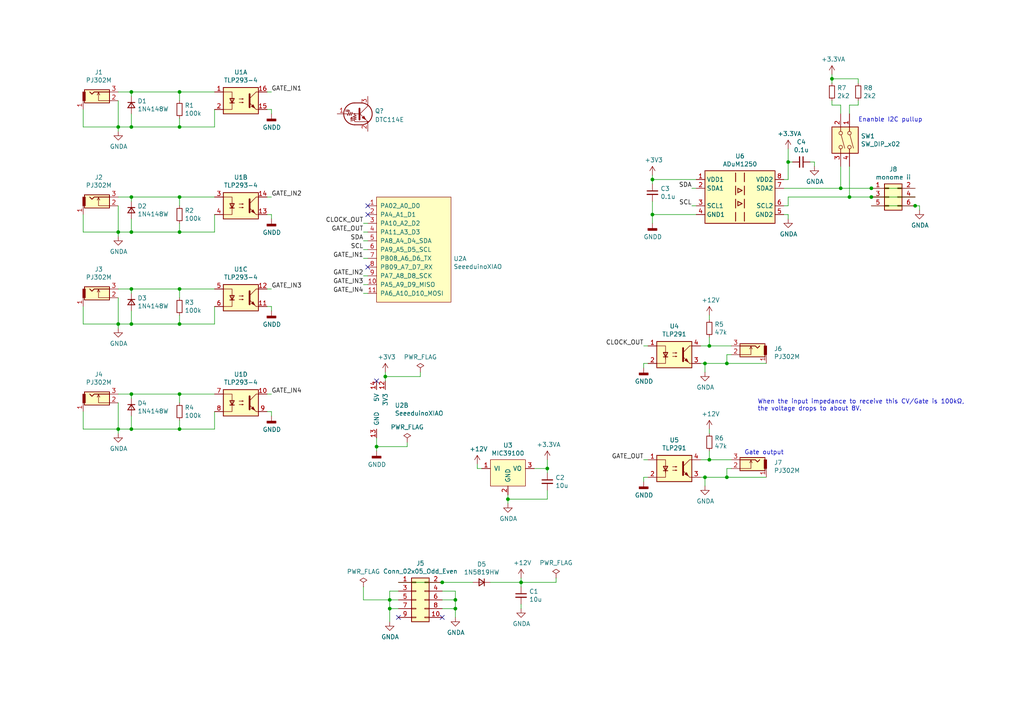
<source format=kicad_sch>
(kicad_sch (version 20211123) (generator eeschema)
  (paper "A4")
  (title_block (title "jade") (date "2021-05-08") (rev "C") (company "Akiyuki Okayasu"))
  (lib_symbols
    (symbol "Akiyuki_Connector:PJ302M" (pin_names (offset 1.016))
      (property "Reference" "J" (at -1.27 4.445 0))
      (property "Value" "PJ302M" (at 1.27 -2.54 0))
      (symbol "PJ302M_0_1"
        (rectangle (start -4.699 3.175) (end 2.54 -0.635) (stroke (width 0.254)) (fill (type background)))
        (rectangle (start -4.445 0) (end -5.207 2.54) (fill (type outline)))
        (polyline (pts (xy -0.635 2.413) (xy -0.254 1.651)))
        (polyline (pts (xy 2.54 0) (xy -0.635 0) (xy -0.635 2.413) (xy -1.016 1.651)))
        (polyline (pts (xy 2.54 2.54) (xy -1.905 2.54) (xy -2.54 1.905) (xy -3.175 2.54)) (stroke (width 0.254)))
      )
      (symbol "PJ302M_1_1"
        (pin passive line (at -5.08 -2.54 90) (length 2.54) (name "~") (number "1"))
        (pin passive line (at 5.08 0 180) (length 2.54) (name "~") (number "2"))
        (pin passive line (at 5.08 2.54 180) (length 2.54) (name "~") (number "3"))
      )
    )
    (symbol "Akiyuki_IC:ADuM1250"
      (property "Reference" "U" (at -10.16 8.89 0))
      (property "Value" "ADuM1250" (at -2.032 8.89 0))
      (symbol "ADuM1250_0_1"
        (rectangle (start -10.16 7.62) (end 10.16 -7.62) (stroke (width 0.254)) (fill (type background)))
        (polyline (pts (xy -1.27 -4.445) (xy -1.27 -6.985)) (stroke (width 0.254)))
        (polyline (pts (xy -1.27 -0.635) (xy -1.27 -3.175)) (stroke (width 0.254)))
        (polyline (pts (xy -1.27 3.175) (xy -1.27 0.635)) (stroke (width 0.254)))
        (polyline (pts (xy -1.27 6.985) (xy -1.27 4.445)) (stroke (width 0.254)))
        (polyline (pts (xy 1.27 -4.445) (xy 1.27 -6.985)) (stroke (width 0.254)))
        (polyline (pts (xy 1.27 -0.635) (xy 1.27 -3.175)) (stroke (width 0.254)))
        (polyline (pts (xy 1.27 3.175) (xy 1.27 0.635)) (stroke (width 0.254)))
        (polyline (pts (xy 1.27 6.985) (xy 1.27 4.445)) (stroke (width 0.254)))
        (polyline (pts (xy -0.635 -1.27) (xy -0.635 -2.54) (xy 0.635 -1.905) (xy -0.635 -1.27)) (stroke (width 0.254)))
        (polyline (pts (xy -0.635 1.27) (xy 0.635 1.905) (xy -0.635 2.54) (xy -0.635 1.27)) (stroke (width 0.254)))
      )
      (symbol "ADuM1250_1_1"
        (pin power_in line (at -12.7 5.08 0) (length 2.54) (name "VDD1") (number "1"))
        (pin bidirectional line (at -12.7 2.54 0) (length 2.54) (name "SDA1") (number "2"))
        (pin bidirectional line (at -12.7 -2.54 0) (length 2.54) (name "SCL1") (number "3"))
        (pin power_in line (at -12.7 -5.08 0) (length 2.54) (name "GND1") (number "4"))
        (pin power_in line (at 12.7 -5.08 180) (length 2.54) (name "GND2") (number "5"))
        (pin bidirectional line (at 12.7 -2.54 180) (length 2.54) (name "SCL2") (number "6"))
        (pin bidirectional line (at 12.7 2.54 180) (length 2.54) (name "SDA2") (number "7"))
        (pin power_in line (at 12.7 5.08 180) (length 2.54) (name "VDD2") (number "8"))
      )
    )
    (symbol "Akiyuki_IC:MIC39100" (pin_names (offset 1.016))
      (property "Reference" "U" (at 0 7.62 0))
      (property "Value" "MIC39100" (at 0 5.08 0))
      (symbol "MIC39100_1_1"
        (rectangle (start -5.08 2.54) (end 5.08 -5.08) (fill (type background)))
        (pin power_in line (at -7.62 0 0) (length 2.54) (name "VI") (number "1"))
        (pin power_in line (at 0 -7.62 90) (length 2.54) (name "GND") (number "2"))
        (pin power_out line (at 7.62 0 180) (length 2.54) (name "VO") (number "3"))
      )
    )
    (symbol "Akiyuki_Module:SeeeduinoXIAO_NonBottomPad" (pin_names (offset 1.016))
      (property "Reference" "U" (at 1.27 -19.05 0))
      (property "Value" "SeeeduinoXIAO_NonBottomPad" (at 2.54 -15.24 0))
      (symbol "SeeeduinoXIAO_NonBottomPad_1_1"
        (rectangle (start -8.89 16.51) (end 12.7 -13.97) (fill (type background)))
        (pin bidirectional line (at -11.43 13.97 0) (length 2.54) (name "PA02_A0_D0") (number "1"))
        (pin output line (at -11.43 -8.89 0) (length 2.54) (name "PA5_A9_D9_MISO") (number "10"))
        (pin bidirectional line (at -11.43 -11.43 0) (length 2.54) (name "PA6_A10_D10_MOSI") (number "11"))
        (pin bidirectional line (at -11.43 11.43 0) (length 2.54) (name "PA4_A1_D1") (number "2"))
        (pin bidirectional line (at -11.43 8.89 0) (length 2.54) (name "PA10_A2_D2") (number "3"))
        (pin bidirectional line (at -11.43 6.35 0) (length 2.54) (name "PA11_A3_D3") (number "4"))
        (pin bidirectional line (at -11.43 3.81 0) (length 2.54) (name "PA8_A4_D4_SDA") (number "5"))
        (pin bidirectional line (at -11.43 1.27 0) (length 2.54) (name "PA9_A5_D5_SCL") (number "6"))
        (pin bidirectional line (at -11.43 -1.27 0) (length 2.54) (name "PB08_A6_D6_TX") (number "7"))
        (pin bidirectional line (at -11.43 -3.81 0) (length 2.54) (name "PB09_A7_D7_RX") (number "8"))
        (pin bidirectional line (at -11.43 -6.35 0) (length 2.54) (name "PA7_A8_D8_SCK") (number "9"))
      )
      (symbol "SeeeduinoXIAO_NonBottomPad_2_1"
        (pin power_in line (at 1.27 7.62 270) (length 2.54) (name "3V3") (number "12"))
        (pin power_in line (at -1.27 -8.89 90) (length 2.54) (name "GND") (number "13"))
        (pin power_in line (at -1.27 7.62 270) (length 2.54) (name "5V") (number "14"))
      )
    )
    (symbol "Connector_Generic:Conn_02x03_Odd_Even" (pin_names (offset 1.016) hide)
      (property "Reference" "J" (at 1.27 5.08 0))
      (property "Value" "Conn_02x03_Odd_Even" (at 1.27 -5.08 0))
      (symbol "Conn_02x03_Odd_Even_1_1"
        (rectangle (start -1.27 -2.413) (end 0 -2.667) (stroke (width 0.1524)))
        (rectangle (start -1.27 0.127) (end 0 -0.127) (stroke (width 0.1524)))
        (rectangle (start -1.27 2.667) (end 0 2.413) (stroke (width 0.1524)))
        (rectangle (start -1.27 3.81) (end 3.81 -3.81) (stroke (width 0.254)) (fill (type background)))
        (rectangle (start 3.81 -2.413) (end 2.54 -2.667) (stroke (width 0.1524)))
        (rectangle (start 3.81 0.127) (end 2.54 -0.127) (stroke (width 0.1524)))
        (rectangle (start 3.81 2.667) (end 2.54 2.413) (stroke (width 0.1524)))
        (pin passive line (at -5.08 2.54 0) (length 3.81) (name "Pin_1") (number "1"))
        (pin passive line (at 7.62 2.54 180) (length 3.81) (name "Pin_2") (number "2"))
        (pin passive line (at -5.08 0 0) (length 3.81) (name "Pin_3") (number "3"))
        (pin passive line (at 7.62 0 180) (length 3.81) (name "Pin_4") (number "4"))
        (pin passive line (at -5.08 -2.54 0) (length 3.81) (name "Pin_5") (number "5"))
        (pin passive line (at 7.62 -2.54 180) (length 3.81) (name "Pin_6") (number "6"))
      )
    )
    (symbol "Connector_Generic:Conn_02x05_Odd_Even" (pin_names (offset 1.016) hide)
      (property "Reference" "J" (at 1.27 7.62 0))
      (property "Value" "Conn_02x05_Odd_Even" (at 1.27 -7.62 0))
      (symbol "Conn_02x05_Odd_Even_1_1"
        (rectangle (start -1.27 -4.953) (end 0 -5.207) (stroke (width 0.1524)))
        (rectangle (start -1.27 -2.413) (end 0 -2.667) (stroke (width 0.1524)))
        (rectangle (start -1.27 0.127) (end 0 -0.127) (stroke (width 0.1524)))
        (rectangle (start -1.27 2.667) (end 0 2.413) (stroke (width 0.1524)))
        (rectangle (start -1.27 5.207) (end 0 4.953) (stroke (width 0.1524)))
        (rectangle (start -1.27 6.35) (end 3.81 -6.35) (stroke (width 0.254)) (fill (type background)))
        (rectangle (start 3.81 -4.953) (end 2.54 -5.207) (stroke (width 0.1524)))
        (rectangle (start 3.81 -2.413) (end 2.54 -2.667) (stroke (width 0.1524)))
        (rectangle (start 3.81 0.127) (end 2.54 -0.127) (stroke (width 0.1524)))
        (rectangle (start 3.81 2.667) (end 2.54 2.413) (stroke (width 0.1524)))
        (rectangle (start 3.81 5.207) (end 2.54 4.953) (stroke (width 0.1524)))
        (pin passive line (at -5.08 5.08 0) (length 3.81) (name "Pin_1") (number "1"))
        (pin passive line (at 7.62 -5.08 180) (length 3.81) (name "Pin_10") (number "10"))
        (pin passive line (at 7.62 5.08 180) (length 3.81) (name "Pin_2") (number "2"))
        (pin passive line (at -5.08 2.54 0) (length 3.81) (name "Pin_3") (number "3"))
        (pin passive line (at 7.62 2.54 180) (length 3.81) (name "Pin_4") (number "4"))
        (pin passive line (at -5.08 0 0) (length 3.81) (name "Pin_5") (number "5"))
        (pin passive line (at 7.62 0 180) (length 3.81) (name "Pin_6") (number "6"))
        (pin passive line (at -5.08 -2.54 0) (length 3.81) (name "Pin_7") (number "7"))
        (pin passive line (at 7.62 -2.54 180) (length 3.81) (name "Pin_8") (number "8"))
        (pin passive line (at -5.08 -5.08 0) (length 3.81) (name "Pin_9") (number "9"))
      )
    )
    (symbol "Device:C_Small" (pin_numbers hide) (pin_names (offset 0.254) hide)
      (property "Reference" "C" (at 0.254 1.778 0))
      (property "Value" "C_Small" (at 0.254 -2.032 0))
      (symbol "C_Small_0_1"
        (polyline (pts (xy -1.524 -0.508) (xy 1.524 -0.508)) (stroke (width 0.3302)))
        (polyline (pts (xy -1.524 0.508) (xy 1.524 0.508)) (stroke (width 0.3048)))
      )
      (symbol "C_Small_1_1"
        (pin passive line (at 0 2.54 270) (length 2.032) (name "~") (number "1"))
        (pin passive line (at 0 -2.54 90) (length 2.032) (name "~") (number "2"))
      )
    )
    (symbol "Device:D_Small" (pin_numbers hide) (pin_names (offset 0.254) hide)
      (property "Reference" "D" (at -1.27 2.032 0))
      (property "Value" "D_Small" (at -3.81 -2.032 0))
      (symbol "D_Small_0_1"
        (polyline (pts (xy -0.762 -1.016) (xy -0.762 1.016)) (stroke (width 0.254)))
        (polyline (pts (xy -0.762 0) (xy 0.762 0)))
        (polyline (pts (xy 0.762 -1.016) (xy -0.762 0) (xy 0.762 1.016) (xy 0.762 -1.016)) (stroke (width 0.254)))
      )
      (symbol "D_Small_1_1"
        (pin passive line (at -2.54 0 0) (length 1.778) (name "K") (number "1"))
        (pin passive line (at 2.54 0 180) (length 1.778) (name "A") (number "2"))
      )
    )
    (symbol "Device:R_Small" (pin_numbers hide) (pin_names (offset 0.254) hide)
      (property "Reference" "R" (at 0.762 0.508 0))
      (property "Value" "R_Small" (at 0.762 -1.016 0))
      (symbol "R_Small_0_1"
        (rectangle (start -0.762 1.778) (end 0.762 -1.778) (stroke (width 0.2032)))
      )
      (symbol "R_Small_1_1"
        (pin passive line (at 0 2.54 270) (length 0.762) (name "~") (number "1"))
        (pin passive line (at 0 -2.54 90) (length 0.762) (name "~") (number "2"))
      )
    )
    (symbol "Isolator:TLP291"
      (property "Reference" "U" (at -5.08 5.08 0))
      (property "Value" "TLP291" (at 0 5.08 0))
      (symbol "TLP291_0_1"
        (rectangle (start -5.08 3.81) (end 5.08 -3.81) (stroke (width 0.254)) (fill (type background)))
        (polyline (pts (xy -3.175 -0.635) (xy -1.905 -0.635)) (stroke (width 0.254)))
        (polyline (pts (xy 2.54 0.635) (xy 4.445 2.54)))
        (polyline (pts (xy 4.445 -2.54) (xy 2.54 -0.635)) (fill (type outline)))
        (polyline (pts (xy 4.445 -2.54) (xy 5.08 -2.54)))
        (polyline (pts (xy 4.445 2.54) (xy 5.08 2.54)))
        (polyline (pts (xy -2.54 -0.635) (xy -2.54 -2.54) (xy -5.08 -2.54)))
        (polyline (pts (xy 2.54 1.905) (xy 2.54 -1.905) (xy 2.54 -1.905)) (stroke (width 0.508)))
        (polyline (pts (xy -5.08 2.54) (xy -2.54 2.54) (xy -2.54 -1.27) (xy -2.54 0.635)))
        (polyline (pts (xy -2.54 -0.635) (xy -3.175 0.635) (xy -1.905 0.635) (xy -2.54 -0.635)) (stroke (width 0.254)))
        (polyline (pts (xy -0.508 -0.508) (xy 0.762 -0.508) (xy 0.381 -0.635) (xy 0.381 -0.381) (xy 0.762 -0.508)))
        (polyline (pts (xy -0.508 0.508) (xy 0.762 0.508) (xy 0.381 0.381) (xy 0.381 0.635) (xy 0.762 0.508)))
        (polyline (pts (xy 3.048 -1.651) (xy 3.556 -1.143) (xy 4.064 -2.159) (xy 3.048 -1.651) (xy 3.048 -1.651)) (fill (type outline)))
      )
      (symbol "TLP291_1_1"
        (pin passive line (at -7.62 2.54 0) (length 2.54) (name "~") (number "1"))
        (pin passive line (at -7.62 -2.54 0) (length 2.54) (name "~") (number "2"))
        (pin passive line (at 7.62 -2.54 180) (length 2.54) (name "~") (number "3"))
        (pin passive line (at 7.62 2.54 180) (length 2.54) (name "~") (number "4"))
      )
    )
    (symbol "Isolator:TLP291-4"
      (property "Reference" "U" (at -5.08 5.08 0))
      (property "Value" "TLP291-4" (at 0 5.08 0))
      (symbol "TLP291-4_0_1"
        (rectangle (start -5.08 3.81) (end 5.08 -3.81) (stroke (width 0.254)) (fill (type background)))
        (polyline (pts (xy -3.175 -0.635) (xy -1.905 -0.635)) (stroke (width 0.254)))
        (polyline (pts (xy 2.54 0.635) (xy 4.445 2.54)))
        (polyline (pts (xy 4.445 -2.54) (xy 2.54 -0.635)) (fill (type outline)))
        (polyline (pts (xy 4.445 -2.54) (xy 5.08 -2.54)))
        (polyline (pts (xy 4.445 2.54) (xy 5.08 2.54)))
        (polyline (pts (xy -5.08 2.54) (xy -2.54 2.54) (xy -2.54 0.635)))
        (polyline (pts (xy -2.54 0.635) (xy -2.54 -2.54) (xy -5.08 -2.54)))
        (polyline (pts (xy 2.54 1.905) (xy 2.54 -1.905) (xy 2.54 -1.905)) (stroke (width 0.508)))
        (polyline (pts (xy -2.54 -0.635) (xy -3.175 0.635) (xy -1.905 0.635) (xy -2.54 -0.635)) (stroke (width 0.254)))
        (polyline (pts (xy -0.508 -0.508) (xy 0.762 -0.508) (xy 0.381 -0.635) (xy 0.381 -0.381) (xy 0.762 -0.508)))
        (polyline (pts (xy -0.508 0.508) (xy 0.762 0.508) (xy 0.381 0.381) (xy 0.381 0.635) (xy 0.762 0.508)))
        (polyline (pts (xy 3.048 -1.651) (xy 3.556 -1.143) (xy 4.064 -2.159) (xy 3.048 -1.651) (xy 3.048 -1.651)) (fill (type outline)))
      )
      (symbol "TLP291-4_1_1"
        (pin passive line (at -7.62 2.54 0) (length 2.54) (name "~") (number "1"))
        (pin passive line (at 7.62 -2.54 180) (length 2.54) (name "~") (number "15"))
        (pin passive line (at 7.62 2.54 180) (length 2.54) (name "~") (number "16"))
        (pin passive line (at -7.62 -2.54 0) (length 2.54) (name "~") (number "2"))
      )
      (symbol "TLP291-4_2_1"
        (pin passive line (at 7.62 -2.54 180) (length 2.54) (name "~") (number "13"))
        (pin passive line (at 7.62 2.54 180) (length 2.54) (name "~") (number "14"))
        (pin passive line (at -7.62 2.54 0) (length 2.54) (name "~") (number "3"))
        (pin passive line (at -7.62 -2.54 0) (length 2.54) (name "~") (number "4"))
      )
      (symbol "TLP291-4_3_1"
        (pin passive line (at 7.62 -2.54 180) (length 2.54) (name "~") (number "11"))
        (pin passive line (at 7.62 2.54 180) (length 2.54) (name "~") (number "12"))
        (pin passive line (at -7.62 2.54 0) (length 2.54) (name "~") (number "5"))
        (pin passive line (at -7.62 -2.54 0) (length 2.54) (name "~") (number "6"))
      )
      (symbol "TLP291-4_4_1"
        (pin passive line (at 7.62 2.54 180) (length 2.54) (name "~") (number "10"))
        (pin passive line (at -7.62 2.54 0) (length 2.54) (name "~") (number "7"))
        (pin passive line (at -7.62 -2.54 0) (length 2.54) (name "~") (number "8"))
        (pin passive line (at 7.62 -2.54 180) (length 2.54) (name "~") (number "9"))
      )
    )
    (symbol "Switch:SW_DIP_x02" (pin_names (offset 0) hide)
      (property "Reference" "SW" (at 0 6.35 0))
      (property "Value" "SW_DIP_x02" (at 0 -3.81 0))
      (symbol "SW_DIP_x02_0_0"
        (circle (center -2.032 0) (radius 0.508))
        (circle (center -2.032 2.54) (radius 0.508))
        (polyline (pts (xy -1.524 0.127) (xy 2.3622 1.1684)))
        (polyline (pts (xy -1.524 2.667) (xy 2.3622 3.7084)))
        (circle (center 2.032 0) (radius 0.508))
        (circle (center 2.032 2.54) (radius 0.508))
      )
      (symbol "SW_DIP_x02_0_1"
        (rectangle (start -3.81 5.08) (end 3.81 -2.54) (stroke (width 0.254)) (fill (type background)))
      )
      (symbol "SW_DIP_x02_1_1"
        (pin passive line (at -7.62 2.54 0) (length 5.08) (name "~") (number "1"))
        (pin passive line (at -7.62 0 0) (length 5.08) (name "~") (number "2"))
        (pin passive line (at 7.62 0 180) (length 5.08) (name "~") (number "3"))
        (pin passive line (at 7.62 2.54 180) (length 5.08) (name "~") (number "4"))
      )
    )
    (symbol "Transistor_BJT:DTC114E" (pin_names (offset 0) hide)
      (property "Reference" "Q" (at 5.08 1.905 0))
      (property "Value" "DTC114E" (at 5.08 0 0))
      (symbol "DTC114E_0_0"
        (text "10k" (at -3.302 0.889 0) (effects (font (size 0.508 0.508))))
        (text "10k" (at -2.159 -1.524 900) (effects (font (size 0.508 0.508))))
      )
      (symbol "DTC114E_0_1"
        (circle (center -1.27 0) (radius 0.127))
        (arc (start -1.27 3.175) (mid -4.445 0) (end -1.27 -3.175) (stroke (width 0.254)))
        (polyline (pts (xy -3.429 0) (xy -3.81 0)))
        (polyline (pts (xy -1.27 -3.175) (xy 0.635 -3.175)) (stroke (width 0.254)))
        (polyline (pts (xy -1.27 3.175) (xy 0.635 3.175)) (stroke (width 0.254)))
        (polyline (pts (xy 0 -0.254) (xy 2.54 2.286)))
        (polyline (pts (xy 0.127 1.524) (xy 0.127 -1.651)) (stroke (width 0.508)) (fill (type outline)))
        (polyline (pts (xy 2.54 2.286) (xy 2.54 2.54)))
        (polyline (pts (xy 2.54 -2.286) (xy 0 0.254) (xy 0 0.254)))
        (polyline (pts (xy 0.889 -1.143) (xy 1.397 -0.635) (xy 1.905 -1.651) (xy 0.889 -1.143)) (fill (type outline)))
        (polyline (pts (xy 0 0) (xy -1.905 0) (xy -2.032 0.508) (xy -2.286 -0.508) (xy -2.54 0.508) (xy -2.794 -0.508) (xy -3.048 0.508) (xy -3.302 -0.508) (xy -3.429 0)))
        (polyline (pts (xy -1.27 0) (xy -1.27 -0.381) (xy -0.762 -0.508) (xy -1.778 -0.762) (xy -0.762 -1.016) (xy -1.778 -1.27) (xy -0.762 -1.524) (xy -1.778 -1.778) (xy -1.27 -1.905) (xy -1.27 -2.286) (xy 2.54 -2.286)))
        (arc (start 0.635 -3.175) (mid 3.81 0) (end 0.635 3.175) (stroke (width 0.254)))
        (circle (center 2.54 -2.286) (radius 0.127))
      )
      (symbol "DTC114E_1_1"
        (pin input line (at -6.35 0 0) (length 2.54) (name "B") (number "1"))
        (pin passive line (at 2.54 -5.08 90) (length 2.54) (name "E") (number "2"))
        (pin passive line (at 2.54 5.08 270) (length 2.54) (name "C") (number "3"))
      )
    )
    (symbol "power:+12V" (power) (pin_names (offset 0))
      (property "Value" "+12V" (at 0 3.556 0))
      (symbol "+12V_0_1"
        (polyline (pts (xy -0.762 1.27) (xy 0 2.54)))
        (polyline (pts (xy 0 0) (xy 0 2.54)))
        (polyline (pts (xy 0 2.54) (xy 0.762 1.27)))
      )
      (symbol "+12V_1_1"
        (pin power_in line (at 0 0 90) (length 0) hide (name "+12V") (number "1"))
      )
    )
    (symbol "power:+3.3V" (power) (pin_names (offset 0))
      (property "Value" "+3.3V" (at 0 3.556 0))
      (symbol "+3.3V_0_1"
        (polyline (pts (xy -0.762 1.27) (xy 0 2.54)))
        (polyline (pts (xy 0 0) (xy 0 2.54)))
        (polyline (pts (xy 0 2.54) (xy 0.762 1.27)))
      )
      (symbol "+3.3V_1_1"
        (pin power_in line (at 0 0 90) (length 0) hide (name "+3V3") (number "1"))
      )
    )
    (symbol "power:+3.3VA" (power) (pin_names (offset 0))
      (property "Value" "+3.3VA" (at 0 3.556 0))
      (symbol "+3.3VA_0_1"
        (polyline (pts (xy -0.762 1.27) (xy 0 2.54)))
        (polyline (pts (xy 0 0) (xy 0 2.54)))
        (polyline (pts (xy 0 2.54) (xy 0.762 1.27)))
      )
      (symbol "+3.3VA_1_1"
        (pin power_in line (at 0 0 90) (length 0) hide (name "+3.3VA") (number "1"))
      )
    )
    (symbol "power:GNDA" (power) (pin_names (offset 0))
      (property "Value" "GNDA" (at 0 -3.81 0))
      (symbol "GNDA_0_1"
        (polyline (pts (xy 0 0) (xy 0 -1.27) (xy 1.27 -1.27) (xy 0 -2.54) (xy -1.27 -1.27) (xy 0 -1.27)))
      )
      (symbol "GNDA_1_1"
        (pin power_in line (at 0 0 270) (length 0) hide (name "GNDA") (number "1"))
      )
    )
    (symbol "power:GNDD" (power) (pin_names (offset 0))
      (property "Value" "GNDD" (at 0 -3.175 0))
      (symbol "GNDD_0_1"
        (rectangle (start -1.27 -1.524) (end 1.27 -2.032) (stroke (width 0.254)) (fill (type outline)))
        (polyline (pts (xy 0 0) (xy 0 -1.524)))
      )
      (symbol "GNDD_1_1"
        (pin power_in line (at 0 0 270) (length 0) hide (name "GNDD") (number "1"))
      )
    )
    (symbol "power:PWR_FLAG" (power) (pin_numbers hide) (pin_names (offset 0) hide)
      (property "Value" "PWR_FLAG" (at 0 3.81 0))
      (symbol "PWR_FLAG_0_0"
        (pin power_out line (at 0 0 90) (length 0) (name "pwr") (number "1"))
      )
      (symbol "PWR_FLAG_0_1"
        (polyline (pts (xy 0 0) (xy 0 1.27) (xy -1.016 1.905) (xy 0 2.54) (xy 1.016 1.905) (xy 0 1.27)))
      )
    )
  )
  (junction (at 52.07 93.98))
  (junction (at 34.29 124.46))
  (junction (at 132.08 176.53))
  (junction (at 34.29 93.98))
  (junction (at 38.1 26.67))
  (junction (at 205.74 100.33))
  (junction (at 246.38 57.15))
  (junction (at 38.1 114.3))
  (junction (at 228.6 46.99))
  (junction (at 210.82 105.41))
  (junction (at 265.43 59.69))
  (junction (at 243.84 54.61))
  (junction (at 210.82 138.43))
  (junction (at 132.08 173.99))
  (junction (at 38.1 36.83))
  (junction (at 111.76 109.22))
  (junction (at 34.29 36.83))
  (junction (at 38.1 67.31))
  (junction (at 113.03 176.53))
  (junction (at 147.32 144.78))
  (junction (at 52.07 57.15))
  (junction (at 151.13 168.91))
  (junction (at 158.75 135.89))
  (junction (at 252.73 57.15))
  (junction (at 189.23 52.07))
  (junction (at 52.07 67.31))
  (junction (at 189.23 62.23))
  (junction (at 252.73 54.61))
  (junction (at 38.1 93.98))
  (junction (at 38.1 83.82))
  (junction (at 204.47 105.41))
  (junction (at 109.22 129.54))
  (junction (at 113.03 173.99))
  (junction (at 241.3 22.86))
  (junction (at 52.07 83.82))
  (junction (at 204.47 138.43))
  (junction (at 38.1 57.15))
  (junction (at 205.74 133.35))
  (junction (at 52.07 114.3))
  (junction (at 38.1 124.46))
  (junction (at 52.07 26.67))
  (junction (at 128.27 168.91))
  (junction (at 52.07 124.46))
  (junction (at 34.29 67.31))
  (junction (at 52.07 36.83))
  (no_connect (at 106.68 77.47))
  (no_connect (at 128.27 179.07))
  (no_connect (at 106.68 59.69))
  (no_connect (at 106.68 62.23))
  (no_connect (at 109.22 110.49))
  (no_connect (at 115.57 179.07))
  (wire (pts (xy 138.43 135.89) (xy 139.7 135.89)))
  (wire (pts (xy 248.92 22.86) (xy 248.92 24.13)))
  (wire (pts (xy 252.73 59.69) (xy 265.43 59.69)))
  (wire (pts (xy 38.1 63.5) (xy 38.1 67.31)))
  (wire (pts (xy 113.03 171.45) (xy 113.03 173.99)))
  (wire (pts (xy 265.43 59.69) (xy 266.7 59.69)))
  (wire (pts (xy 34.29 36.83) (xy 38.1 36.83)))
  (wire (pts (xy 132.08 173.99) (xy 132.08 176.53)))
  (wire (pts (xy 34.29 26.67) (xy 38.1 26.67)))
  (wire (pts (xy 243.84 54.61) (xy 252.73 54.61)))
  (wire (pts (xy 248.92 30.48) (xy 246.38 30.48)))
  (wire (pts (xy 228.6 59.69) (xy 228.6 57.15)))
  (wire (pts (xy 204.47 138.43) (xy 204.47 140.97)))
  (wire (pts (xy 62.23 88.9) (xy 62.23 93.98)))
  (wire (pts (xy 200.66 54.61) (xy 201.93 54.61)))
  (wire (pts (xy 113.03 173.99) (xy 113.03 176.53)))
  (wire (pts (xy 118.11 129.54) (xy 109.22 129.54)))
  (wire (pts (xy 246.38 57.15) (xy 252.73 57.15)))
  (wire (pts (xy 105.41 85.09) (xy 106.68 85.09)))
  (wire (pts (xy 138.43 134.62) (xy 138.43 135.89)))
  (wire (pts (xy 78.74 62.23) (xy 78.74 63.5)))
  (wire (pts (xy 52.07 114.3) (xy 52.07 116.84)))
  (wire (pts (xy 105.41 80.01) (xy 106.68 80.01)))
  (wire (pts (xy 113.03 180.34) (xy 113.03 176.53)))
  (wire (pts (xy 186.69 139.7) (xy 186.69 138.43)))
  (wire (pts (xy 201.93 62.23) (xy 189.23 62.23)))
  (wire (pts (xy 151.13 168.91) (xy 151.13 170.18)))
  (wire (pts (xy 109.22 129.54) (xy 109.22 130.81)))
  (wire (pts (xy 52.07 59.69) (xy 52.07 57.15)))
  (wire (pts (xy 243.84 30.48) (xy 243.84 33.02)))
  (wire (pts (xy 147.32 144.78) (xy 147.32 146.05)))
  (wire (pts (xy 128.27 176.53) (xy 132.08 176.53)))
  (wire (pts (xy 205.74 124.46) (xy 205.74 125.73)))
  (wire (pts (xy 52.07 64.77) (xy 52.07 67.31)))
  (wire (pts (xy 52.07 36.83) (xy 38.1 36.83)))
  (wire (pts (xy 241.3 29.21) (xy 241.3 30.48)))
  (wire (pts (xy 205.74 133.35) (xy 212.09 133.35)))
  (wire (pts (xy 186.69 100.33) (xy 187.96 100.33)))
  (wire (pts (xy 266.7 59.69) (xy 266.7 60.96)))
  (wire (pts (xy 78.74 88.9) (xy 78.74 90.17)))
  (wire (pts (xy 105.41 74.93) (xy 106.68 74.93)))
  (wire (pts (xy 204.47 138.43) (xy 210.82 138.43)))
  (wire (pts (xy 24.13 124.46) (xy 34.29 124.46)))
  (wire (pts (xy 38.1 26.67) (xy 38.1 27.94)))
  (wire (pts (xy 38.1 33.02) (xy 38.1 36.83)))
  (wire (pts (xy 200.66 59.69) (xy 201.93 59.69)))
  (wire (pts (xy 241.3 21.59) (xy 241.3 22.86)))
  (wire (pts (xy 78.74 31.75) (xy 78.74 33.02)))
  (wire (pts (xy 204.47 105.41) (xy 210.82 105.41)))
  (wire (pts (xy 189.23 52.07) (xy 201.93 52.07)))
  (wire (pts (xy 186.69 133.35) (xy 187.96 133.35)))
  (wire (pts (xy 228.6 46.99) (xy 228.6 52.07)))
  (wire (pts (xy 203.2 138.43) (xy 204.47 138.43)))
  (wire (pts (xy 109.22 127) (xy 109.22 129.54)))
  (wire (pts (xy 203.2 105.41) (xy 204.47 105.41)))
  (wire (pts (xy 227.33 59.69) (xy 228.6 59.69)))
  (wire (pts (xy 52.07 93.98) (xy 38.1 93.98)))
  (wire (pts (xy 113.03 173.99) (xy 115.57 173.99)))
  (wire (pts (xy 52.07 121.92) (xy 52.07 124.46)))
  (wire (pts (xy 24.13 36.83) (xy 24.13 31.75)))
  (wire (pts (xy 52.07 91.44) (xy 52.07 93.98)))
  (wire (pts (xy 105.41 173.99) (xy 113.03 173.99)))
  (wire (pts (xy 105.41 170.18) (xy 105.41 173.99)))
  (wire (pts (xy 52.07 83.82) (xy 52.07 86.36)))
  (wire (pts (xy 246.38 30.48) (xy 246.38 33.02)))
  (wire (pts (xy 34.29 93.98) (xy 38.1 93.98)))
  (wire (pts (xy 24.13 67.31) (xy 34.29 67.31)))
  (wire (pts (xy 158.75 135.89) (xy 158.75 137.16)))
  (wire (pts (xy 161.29 168.91) (xy 151.13 168.91)))
  (wire (pts (xy 147.32 143.51) (xy 147.32 144.78)))
  (wire (pts (xy 24.13 93.98) (xy 24.13 88.9)))
  (wire (pts (xy 246.38 48.26) (xy 246.38 57.15)))
  (wire (pts (xy 38.1 120.65) (xy 38.1 124.46)))
  (wire (pts (xy 210.82 135.89) (xy 212.09 135.89)))
  (wire (pts (xy 121.92 109.22) (xy 111.76 109.22)))
  (wire (pts (xy 62.23 93.98) (xy 52.07 93.98)))
  (wire (pts (xy 38.1 57.15) (xy 38.1 58.42)))
  (wire (pts (xy 189.23 53.34) (xy 189.23 52.07)))
  (wire (pts (xy 111.76 107.95) (xy 111.76 109.22)))
  (wire (pts (xy 24.13 67.31) (xy 24.13 62.23)))
  (wire (pts (xy 115.57 168.91) (xy 128.27 168.91)))
  (wire (pts (xy 62.23 62.23) (xy 62.23 67.31)))
  (wire (pts (xy 105.41 69.85) (xy 106.68 69.85)))
  (wire (pts (xy 52.07 26.67) (xy 38.1 26.67)))
  (wire (pts (xy 151.13 167.64) (xy 151.13 168.91)))
  (wire (pts (xy 132.08 176.53) (xy 132.08 179.07)))
  (wire (pts (xy 52.07 57.15) (xy 38.1 57.15)))
  (wire (pts (xy 52.07 34.29) (xy 52.07 36.83)))
  (wire (pts (xy 34.29 83.82) (xy 38.1 83.82)))
  (wire (pts (xy 154.94 135.89) (xy 158.75 135.89)))
  (wire (pts (xy 243.84 48.26) (xy 243.84 54.61)))
  (wire (pts (xy 52.07 26.67) (xy 52.07 29.21)))
  (wire (pts (xy 118.11 128.27) (xy 118.11 129.54)))
  (wire (pts (xy 189.23 50.8) (xy 189.23 52.07)))
  (wire (pts (xy 24.13 93.98) (xy 34.29 93.98)))
  (wire (pts (xy 205.74 133.35) (xy 203.2 133.35)))
  (wire (pts (xy 34.29 29.21) (xy 34.29 36.83)))
  (wire (pts (xy 241.3 22.86) (xy 248.92 22.86)))
  (wire (pts (xy 151.13 176.53) (xy 151.13 175.26)))
  (wire (pts (xy 236.22 46.99) (xy 234.95 46.99)))
  (wire (pts (xy 210.82 102.87) (xy 212.09 102.87)))
  (wire (pts (xy 210.82 138.43) (xy 222.25 138.43)))
  (wire (pts (xy 105.41 82.55) (xy 106.68 82.55)))
  (wire (pts (xy 241.3 22.86) (xy 241.3 24.13)))
  (wire (pts (xy 62.23 83.82) (xy 52.07 83.82)))
  (wire (pts (xy 241.3 30.48) (xy 243.84 30.48)))
  (wire (pts (xy 77.47 62.23) (xy 78.74 62.23)))
  (wire (pts (xy 189.23 62.23) (xy 189.23 64.77)))
  (wire (pts (xy 210.82 138.43) (xy 210.82 135.89)))
  (wire (pts (xy 186.69 106.68) (xy 186.69 105.41)))
  (wire (pts (xy 205.74 100.33) (xy 212.09 100.33)))
  (wire (pts (xy 228.6 63.5) (xy 228.6 62.23)))
  (wire (pts (xy 24.13 36.83) (xy 34.29 36.83)))
  (wire (pts (xy 111.76 109.22) (xy 111.76 110.49)))
  (wire (pts (xy 210.82 105.41) (xy 222.25 105.41)))
  (wire (pts (xy 236.22 48.26) (xy 236.22 46.99)))
  (wire (pts (xy 77.47 31.75) (xy 78.74 31.75)))
  (wire (pts (xy 34.29 59.69) (xy 34.29 67.31)))
  (wire (pts (xy 227.33 54.61) (xy 243.84 54.61)))
  (wire (pts (xy 34.29 95.25) (xy 34.29 93.98)))
  (wire (pts (xy 78.74 114.3) (xy 77.47 114.3)))
  (wire (pts (xy 158.75 142.24) (xy 158.75 144.78)))
  (wire (pts (xy 62.23 31.75) (xy 62.23 36.83)))
  (wire (pts (xy 158.75 133.35) (xy 158.75 135.89)))
  (wire (pts (xy 132.08 171.45) (xy 132.08 173.99)))
  (wire (pts (xy 113.03 176.53) (xy 115.57 176.53)))
  (wire (pts (xy 78.74 119.38) (xy 78.74 120.65)))
  (wire (pts (xy 62.23 119.38) (xy 62.23 124.46)))
  (wire (pts (xy 228.6 43.18) (xy 228.6 46.99)))
  (wire (pts (xy 77.47 88.9) (xy 78.74 88.9)))
  (wire (pts (xy 105.41 67.31) (xy 106.68 67.31)))
  (wire (pts (xy 137.16 168.91) (xy 128.27 168.91)))
  (wire (pts (xy 34.29 57.15) (xy 38.1 57.15)))
  (wire (pts (xy 115.57 171.45) (xy 113.03 171.45)))
  (wire (pts (xy 252.73 54.61) (xy 265.43 54.61)))
  (wire (pts (xy 62.23 36.83) (xy 52.07 36.83)))
  (wire (pts (xy 34.29 116.84) (xy 34.29 124.46)))
  (wire (pts (xy 252.73 57.15) (xy 265.43 57.15)))
  (wire (pts (xy 38.1 83.82) (xy 38.1 85.09)))
  (wire (pts (xy 161.29 167.64) (xy 161.29 168.91)))
  (wire (pts (xy 34.29 124.46) (xy 38.1 124.46)))
  (wire (pts (xy 147.32 144.78) (xy 158.75 144.78)))
  (wire (pts (xy 34.29 68.58) (xy 34.29 67.31)))
  (wire (pts (xy 38.1 90.17) (xy 38.1 93.98)))
  (wire (pts (xy 62.23 57.15) (xy 52.07 57.15)))
  (wire (pts (xy 228.6 62.23) (xy 227.33 62.23)))
  (wire (pts (xy 121.92 107.95) (xy 121.92 109.22)))
  (wire (pts (xy 205.74 130.81) (xy 205.74 133.35)))
  (wire (pts (xy 34.29 125.73) (xy 34.29 124.46)))
  (wire (pts (xy 248.92 29.21) (xy 248.92 30.48)))
  (wire (pts (xy 204.47 105.41) (xy 204.47 107.95)))
  (wire (pts (xy 62.23 67.31) (xy 52.07 67.31)))
  (wire (pts (xy 52.07 67.31) (xy 38.1 67.31)))
  (wire (pts (xy 34.29 67.31) (xy 38.1 67.31)))
  (wire (pts (xy 62.23 26.67) (xy 52.07 26.67)))
  (wire (pts (xy 38.1 124.46) (xy 52.07 124.46)))
  (wire (pts (xy 205.74 97.79) (xy 205.74 100.33)))
  (wire (pts (xy 105.41 64.77) (xy 106.68 64.77)))
  (wire (pts (xy 186.69 138.43) (xy 187.96 138.43)))
  (wire (pts (xy 142.24 168.91) (xy 151.13 168.91)))
  (wire (pts (xy 205.74 91.44) (xy 205.74 92.71)))
  (wire (pts (xy 34.29 114.3) (xy 38.1 114.3)))
  (wire (pts (xy 78.74 83.82) (xy 77.47 83.82)))
  (wire (pts (xy 78.74 57.15) (xy 77.47 57.15)))
  (wire (pts (xy 52.07 114.3) (xy 38.1 114.3)))
  (wire (pts (xy 105.41 72.39) (xy 106.68 72.39)))
  (wire (pts (xy 62.23 124.46) (xy 52.07 124.46)))
  (wire (pts (xy 128.27 173.99) (xy 132.08 173.99)))
  (wire (pts (xy 62.23 114.3) (xy 52.07 114.3)))
  (wire (pts (xy 38.1 83.82) (xy 52.07 83.82)))
  (wire (pts (xy 34.29 38.1) (xy 34.29 36.83)))
  (wire (pts (xy 228.6 52.07) (xy 227.33 52.07)))
  (wire (pts (xy 24.13 124.46) (xy 24.13 119.38)))
  (wire (pts (xy 205.74 100.33) (xy 203.2 100.33)))
  (wire (pts (xy 189.23 58.42) (xy 189.23 62.23)))
  (wire (pts (xy 228.6 57.15) (xy 246.38 57.15)))
  (wire (pts (xy 34.29 86.36) (xy 34.29 93.98)))
  (wire (pts (xy 229.87 46.99) (xy 228.6 46.99)))
  (wire (pts (xy 78.74 26.67) (xy 77.47 26.67)))
  (wire (pts (xy 38.1 114.3) (xy 38.1 115.57)))
  (wire (pts (xy 77.47 119.38) (xy 78.74 119.38)))
  (wire (pts (xy 128.27 171.45) (xy 132.08 171.45)))
  (wire (pts (xy 186.69 105.41) (xy 187.96 105.41)))
  (wire (pts (xy 210.82 105.41) (xy 210.82 102.87)))
  (text "When the input impedance to receive this CV/Gate is 100kΩ, \nthe voltage drops to about 8V." (at 219.71 119.38 0) (effects (font (size 1.27 1.27)) (justify left bottom)))
  (text "Enanble I2C pullup" (at 248.92 35.56 0) (effects (font (size 1.27 1.27)) (justify left bottom)))
  (text "Gate output" (at 215.9 132.08 0) (effects (font (size 1.27 1.27)) (justify left bottom)))
  (label "GATE_OUT" (at 186.69 133.35 180))
  (label "GATE_IN2" (at 78.74 57.15 0))
  (label "SDA" (at 200.66 54.61 180))
  (label "GATE_IN1" (at 105.41 74.93 180))
  (label "GATE_IN1" (at 78.74 26.67 0))
  (label "GATE_IN4" (at 105.41 85.09 180))
  (label "GATE_OUT" (at 105.41 67.31 180))
  (label "SDA" (at 105.41 69.85 180))
  (label "GATE_IN4" (at 78.74 114.3 0))
  (label "GATE_IN3" (at 78.74 83.82 0))
  (label "GATE_IN2" (at 105.41 80.01 180))
  (label "GATE_IN3" (at 105.41 82.55 180))
  (label "CLOCK_OUT" (at 186.69 100.33 180))
  (label "SCL" (at 105.41 72.39 180))
  (label "SCL" (at 200.66 59.69 180))
  (label "CLOCK_OUT" (at 105.41 64.77 180))
  (symbol (lib_id "Akiyuki_Module:SeeeduinoXIAO_NonBottomPad") (at 118.11 73.66 0) (unit 1)
    (property "Reference" "U2" (at 131.5212 75.0316 0) (effects (justify left)))
    (property "Value" "SeeeduinoXIAO" (at 131.5212 77.343 0) (effects (justify left)))
    (property "Footprint" "Akiyuki_Footprint:Seeeduino_XIAO_NonBottomPad" (effects hide))
  )
  (symbol (lib_id "power:PWR_FLAG") (at 161.29 167.64 0) (unit 1)
    (property "Reference" "#FLG03" (effects hide))
    (property "Value" "PWR_FLAG" (at 161.29 163.2458 0))
  )
  (symbol (lib_id "Device:C_Small") (at 151.13 172.72 0) (unit 1)
    (property "Reference" "C1" (at 153.4668 171.5516 0) (effects (justify left)))
    (property "Value" "10u" (at 153.4668 173.863 0) (effects (justify left)))
    (property "Footprint" "Capacitor_SMD:C_0805_2012Metric_Pad1.18x1.45mm_HandSolder" (effects hide))
  )
  (symbol (lib_id "Akiyuki_Module:SeeeduinoXIAO_NonBottomPad") (at 110.49 118.11 0) (unit 2)
    (property "Reference" "U2" (at 114.5032 117.5766 0) (effects (justify left)))
    (property "Value" "SeeeduinoXIAO" (at 114.5032 119.888 0) (effects (justify left)))
    (property "Footprint" "Akiyuki_Footprint:Seeeduino_XIAO_NonBottomPad" (effects hide))
  )
  (symbol (lib_id "power:PWR_FLAG") (at 105.41 170.18 0) (unit 1)
    (property "Reference" "#FLG01" (effects hide))
    (property "Value" "PWR_FLAG" (at 105.41 165.7858 0))
  )
  (symbol (lib_id "Connector_Generic:Conn_02x05_Odd_Even") (at 120.65 173.99 0) (unit 1)
    (property "Reference" "J5" (at 121.92 163.3982 0))
    (property "Value" "Conn_02x05_Odd_Even" (at 121.92 165.7096 0))
    (property "Footprint" "Connector_PinHeader_2.54mm:PinHeader_2x05_P2.54mm_Horizontal" (effects hide))
  )
  (symbol (lib_id "Akiyuki_Connector:PJ302M") (at 29.21 86.36 0) (unit 1)
    (property "Reference" "J3" (at 28.6512 78.105 0))
    (property "Value" "PJ302M" (at 28.6512 80.4164 0))
    (property "Footprint" "Akiyuki_Footprint:PJ302M" (effects hide))
  )
  (symbol (lib_id "Device:R_Small") (at 52.07 88.9 180) (unit 1)
    (property "Reference" "R3" (at 53.5686 87.7316 0) (effects (justify right)))
    (property "Value" "100k" (at 53.5686 90.043 0) (effects (justify right)))
    (property "Footprint" "Resistor_SMD:R_0402_1005Metric_Pad0.72x0.64mm_HandSolder" (effects hide))
  )
  (symbol (lib_id "Connector_Generic:Conn_02x03_Odd_Even") (at 257.81 57.15 0) (unit 1)
    (property "Reference" "J8" (at 259.08 49.0982 0))
    (property "Value" "monome ii" (at 259.08 51.4096 0))
    (property "Footprint" "Connector_PinHeader_2.54mm:PinHeader_2x03_P2.54mm_Horizontal" (effects hide))
  )
  (symbol (lib_id "Device:D_Small") (at 38.1 87.63 270) (unit 1)
    (property "Reference" "D3" (at 39.878 86.4616 90) (effects (justify left)))
    (property "Value" "1N4148W" (at 39.878 88.773 90) (effects (justify left)))
    (property "Footprint" "Diode_SMD:D_SOD-123" (effects hide))
  )
  (symbol (lib_id "Akiyuki_Connector:PJ302M") (at 217.17 135.89 0) (mirror y) (unit 1)
    (property "Reference" "J7" (at 224.4852 134.1628 0) (effects (justify right)))
    (property "Value" "PJ302M" (at 224.4852 136.4742 0) (effects (justify right)))
    (property "Footprint" "Akiyuki_Footprint:PJ302M" (effects hide))
  )
  (symbol (lib_id "Device:D_Small") (at 139.7 168.91 180) (unit 1)
    (property "Reference" "D5" (at 139.7 163.6522 0))
    (property "Value" "1N5819HW" (at 139.7 165.9636 0))
    (property "Footprint" "Diode_SMD:D_SOD-123" (effects hide))
  )
  (symbol (lib_id "power:+12V") (at 151.13 167.64 0) (unit 1)
    (property "Reference" "#PWR015" (effects hide))
    (property "Value" "+12V" (at 151.511 163.2458 0))
  )
  (symbol (lib_id "Isolator:TLP291") (at 195.58 135.89 0) (unit 1)
    (property "Reference" "U5" (at 195.58 127.635 0))
    (property "Value" "TLP291" (at 195.58 129.9464 0))
    (property "Footprint" "Package_SO:SOIC-4_4.55x2.6mm_P1.27mm" (effects hide))
    (property "Datasheet" "https://toshiba.semicon-storage.com/info/docget.jsp?did=12884&prodName=TLP291" (effects hide))
  )
  (symbol (lib_id "Isolator:TLP291-4") (at 69.85 86.36 0) (unit 3)
    (property "Reference" "U1" (at 69.85 78.105 0))
    (property "Value" "TLP293-4" (at 69.85 80.4164 0))
    (property "Footprint" "Package_SO:SOIC-16_4.55x10.3mm_P1.27mm" (effects hide))
    (property "Datasheet" "https://toshiba.semicon-storage.com/info/docget.jsp?did=12858&prodName=TLP291-4" (effects hide))
  )
  (symbol (lib_id "power:GNDA") (at 113.03 180.34 0) (unit 1)
    (property "Reference" "#PWR011" (effects hide))
    (property "Value" "GNDA" (at 113.157 184.7342 0))
  )
  (symbol (lib_id "power:GNDD") (at 109.22 130.81 0) (unit 1)
    (property "Reference" "#PWR09" (effects hide))
    (property "Value" "GNDD" (at 109.3216 134.747 0))
  )
  (symbol (lib_id "power:GNDA") (at 132.08 179.07 0) (unit 1)
    (property "Reference" "#PWR012" (effects hide))
    (property "Value" "GNDA" (at 132.207 183.4642 0))
  )
  (symbol (lib_id "power:GNDA") (at 151.13 176.53 0) (unit 1)
    (property "Reference" "#PWR016" (effects hide))
    (property "Value" "GNDA" (at 151.257 180.9242 0))
  )
  (symbol (lib_id "power:GNDA") (at 266.7 60.96 0) (unit 1)
    (property "Reference" "#PWR030" (effects hide))
    (property "Value" "GNDA" (at 266.827 65.3542 0))
  )
  (symbol (lib_id "power:GNDA") (at 34.29 95.25 0) (unit 1)
    (property "Reference" "#PWR03" (effects hide))
    (property "Value" "GNDA" (at 34.417 99.6442 0))
  )
  (symbol (lib_id "power:GNDD") (at 78.74 90.17 0) (unit 1)
    (property "Reference" "#PWR07" (effects hide))
    (property "Value" "GNDD" (at 78.8416 94.107 0))
  )
  (symbol (lib_id "Akiyuki_Connector:PJ302M") (at 29.21 116.84 0) (unit 1)
    (property "Reference" "J4" (at 28.6512 108.585 0))
    (property "Value" "PJ302M" (at 28.6512 110.8964 0))
    (property "Footprint" "Akiyuki_Footprint:PJ302M" (effects hide))
  )
  (symbol (lib_id "Device:R_Small") (at 52.07 119.38 180) (unit 1)
    (property "Reference" "R4" (at 53.5686 118.2116 0) (effects (justify right)))
    (property "Value" "100k" (at 53.5686 120.523 0) (effects (justify right)))
    (property "Footprint" "Resistor_SMD:R_0402_1005Metric_Pad0.72x0.64mm_HandSolder" (effects hide))
  )
  (symbol (lib_id "Device:D_Small") (at 38.1 118.11 270) (unit 1)
    (property "Reference" "D4" (at 39.878 116.9416 90) (effects (justify left)))
    (property "Value" "1N4148W" (at 39.878 119.253 90) (effects (justify left)))
    (property "Footprint" "Diode_SMD:D_SOD-123" (effects hide))
  )
  (symbol (lib_id "Isolator:TLP291-4") (at 69.85 116.84 0) (unit 4)
    (property "Reference" "U1" (at 69.85 108.585 0))
    (property "Value" "TLP293-4" (at 69.85 110.8964 0))
    (property "Footprint" "Package_SO:SOIC-16_4.55x10.3mm_P1.27mm" (effects hide))
    (property "Datasheet" "https://toshiba.semicon-storage.com/info/docget.jsp?did=12858&prodName=TLP291-4" (effects hide))
  )
  (symbol (lib_id "power:GNDA") (at 34.29 125.73 0) (unit 1)
    (property "Reference" "#PWR04" (effects hide))
    (property "Value" "GNDA" (at 34.417 130.1242 0))
  )
  (symbol (lib_id "power:GNDD") (at 78.74 120.65 0) (unit 1)
    (property "Reference" "#PWR08" (effects hide))
    (property "Value" "GNDD" (at 78.8416 124.587 0))
  )
  (symbol (lib_id "Akiyuki_Connector:PJ302M") (at 29.21 29.21 0) (unit 1)
    (property "Reference" "J1" (at 28.6512 20.955 0))
    (property "Value" "PJ302M" (at 28.6512 23.2664 0))
    (property "Footprint" "Akiyuki_Footprint:PJ302M" (effects hide))
  )
  (symbol (lib_id "Device:R_Small") (at 52.07 31.75 180) (unit 1)
    (property "Reference" "R1" (at 53.5686 30.5816 0) (effects (justify right)))
    (property "Value" "100k" (at 53.5686 32.893 0) (effects (justify right)))
    (property "Footprint" "Resistor_SMD:R_0402_1005Metric_Pad0.72x0.64mm_HandSolder" (effects hide))
  )
  (symbol (lib_id "Device:D_Small") (at 38.1 30.48 270) (unit 1)
    (property "Reference" "D1" (at 39.878 29.3116 90) (effects (justify left)))
    (property "Value" "1N4148W" (at 39.878 31.623 90) (effects (justify left)))
    (property "Footprint" "Diode_SMD:D_SOD-123" (effects hide))
  )
  (symbol (lib_id "Isolator:TLP291-4") (at 69.85 29.21 0) (unit 1)
    (property "Reference" "U1" (at 69.85 20.955 0))
    (property "Value" "TLP293-4" (at 69.85 23.2664 0))
    (property "Footprint" "Package_SO:SOIC-16_4.55x10.3mm_P1.27mm" (effects hide))
    (property "Datasheet" "https://toshiba.semicon-storage.com/info/docget.jsp?did=12858&prodName=TLP291-4" (effects hide))
  )
  (symbol (lib_id "power:GNDA") (at 34.29 38.1 0) (unit 1)
    (property "Reference" "#PWR01" (effects hide))
    (property "Value" "GNDA" (at 34.417 42.4942 0))
  )
  (symbol (lib_id "power:GNDD") (at 78.74 33.02 0) (unit 1)
    (property "Reference" "#PWR05" (effects hide))
    (property "Value" "GNDD" (at 78.8416 36.957 0))
  )
  (symbol (lib_id "Akiyuki_Connector:PJ302M") (at 29.21 59.69 0) (unit 1)
    (property "Reference" "J2" (at 28.6512 51.435 0))
    (property "Value" "PJ302M" (at 28.6512 53.7464 0))
    (property "Footprint" "Akiyuki_Footprint:PJ302M" (effects hide))
  )
  (symbol (lib_id "Device:R_Small") (at 52.07 62.23 180) (unit 1)
    (property "Reference" "R2" (at 53.5686 61.0616 0) (effects (justify right)))
    (property "Value" "100k" (at 53.5686 63.373 0) (effects (justify right)))
    (property "Footprint" "Resistor_SMD:R_0402_1005Metric_Pad0.72x0.64mm_HandSolder" (effects hide))
  )
  (symbol (lib_id "Device:D_Small") (at 38.1 60.96 270) (unit 1)
    (property "Reference" "D2" (at 39.878 59.7916 90) (effects (justify left)))
    (property "Value" "1N4148W" (at 39.878 62.103 90) (effects (justify left)))
    (property "Footprint" "Diode_SMD:D_SOD-123" (effects hide))
  )
  (symbol (lib_id "Isolator:TLP291-4") (at 69.85 59.69 0) (unit 2)
    (property "Reference" "U1" (at 69.85 51.435 0))
    (property "Value" "TLP293-4" (at 69.85 53.7464 0))
    (property "Footprint" "Package_SO:SOIC-16_4.55x10.3mm_P1.27mm" (effects hide))
    (property "Datasheet" "https://toshiba.semicon-storage.com/info/docget.jsp?did=12858&prodName=TLP291-4" (effects hide))
  )
  (symbol (lib_id "power:GNDA") (at 34.29 68.58 0) (unit 1)
    (property "Reference" "#PWR02" (effects hide))
    (property "Value" "GNDA" (at 34.417 72.9742 0))
  )
  (symbol (lib_id "power:GNDD") (at 78.74 63.5 0) (unit 1)
    (property "Reference" "#PWR06" (effects hide))
    (property "Value" "GNDD" (at 78.8416 67.437 0))
  )
  (symbol (lib_id "Akiyuki_IC:ADuM1250") (at 214.63 57.15 0) (unit 1)
    (property "Reference" "U6" (at 214.63 45.2882 0))
    (property "Value" "ADuM1250" (at 214.63 47.5996 0))
    (property "Footprint" "Package_SO:SOIC-8_3.9x4.9mm_P1.27mm" (effects hide))
  )
  (symbol (lib_id "power:GNDA") (at 204.47 140.97 0) (unit 1)
    (property "Reference" "#PWR023" (effects hide))
    (property "Value" "GNDA" (at 204.597 145.3642 0))
  )
  (symbol (lib_id "power:GNDD") (at 186.69 139.7 0) (unit 1)
    (property "Reference" "#PWR019" (effects hide))
    (property "Value" "GNDD" (at 186.7916 143.637 0))
  )
  (symbol (lib_id "Device:R_Small") (at 205.74 128.27 180) (unit 1)
    (property "Reference" "R6" (at 207.2386 127.1016 0) (effects (justify right)))
    (property "Value" "47k" (at 207.2386 129.413 0) (effects (justify right)))
    (property "Footprint" "Resistor_SMD:R_0402_1005Metric_Pad0.72x0.64mm_HandSolder" (effects hide))
  )
  (symbol (lib_id "power:+12V") (at 205.74 124.46 0) (unit 1)
    (property "Reference" "#PWR025" (effects hide))
    (property "Value" "+12V" (at 206.121 120.0658 0))
  )
  (symbol (lib_id "Isolator:TLP291") (at 195.58 102.87 0) (unit 1)
    (property "Reference" "U4" (at 195.58 94.615 0))
    (property "Value" "TLP291" (at 195.58 96.9264 0))
    (property "Footprint" "Package_SO:SOIC-4_4.55x2.6mm_P1.27mm" (effects hide))
    (property "Datasheet" "https://toshiba.semicon-storage.com/info/docget.jsp?did=12884&prodName=TLP291" (effects hide))
  )
  (symbol (lib_id "power:GNDA") (at 204.47 107.95 0) (unit 1)
    (property "Reference" "#PWR022" (effects hide))
    (property "Value" "GNDA" (at 204.597 112.3442 0))
  )
  (symbol (lib_id "power:GNDD") (at 186.69 106.68 0) (unit 1)
    (property "Reference" "#PWR018" (effects hide))
    (property "Value" "GNDD" (at 186.7916 110.617 0))
  )
  (symbol (lib_id "Device:R_Small") (at 205.74 95.25 180) (unit 1)
    (property "Reference" "R5" (at 207.2386 94.0816 0) (effects (justify right)))
    (property "Value" "47k" (at 207.2386 96.393 0) (effects (justify right)))
    (property "Footprint" "Resistor_SMD:R_0402_1005Metric_Pad0.72x0.64mm_HandSolder" (effects hide))
  )
  (symbol (lib_id "power:+12V") (at 205.74 91.44 0) (unit 1)
    (property "Reference" "#PWR024" (effects hide))
    (property "Value" "+12V" (at 206.121 87.0458 0))
  )
  (symbol (lib_id "Akiyuki_Connector:PJ302M") (at 217.17 102.87 0) (mirror y) (unit 1)
    (property "Reference" "J6" (at 224.4852 101.1428 0) (effects (justify right)))
    (property "Value" "PJ302M" (at 224.4852 103.4542 0) (effects (justify right)))
    (property "Footprint" "Akiyuki_Footprint:PJ302M" (effects hide))
  )
  (symbol (lib_id "power:+3.3V") (at 111.76 107.95 0) (unit 1)
    (property "Reference" "#PWR010" (effects hide))
    (property "Value" "+3.3V" (at 112.141 103.5558 0))
  )
  (symbol (lib_id "power:PWR_FLAG") (at 121.92 107.95 0) (unit 1)
    (property "Reference" "#FLG02" (effects hide))
    (property "Value" "PWR_FLAG" (at 121.92 103.5558 0))
  )
  (symbol (lib_id "power:+3.3V") (at 189.23 50.8 0) (unit 1)
    (property "Reference" "#PWR020" (effects hide))
    (property "Value" "+3.3V" (at 189.611 46.4058 0))
  )
  (symbol (lib_id "Device:C_Small") (at 189.23 55.88 0) (unit 1)
    (property "Reference" "C3" (at 191.5668 54.7116 0) (effects (justify left)))
    (property "Value" "0.1u" (at 191.5668 57.023 0) (effects (justify left)))
    (property "Footprint" "Capacitor_SMD:C_0402_1005Metric_Pad0.74x0.62mm_HandSolder" (effects hide))
  )
  (symbol (lib_id "power:GNDD") (at 189.23 64.77 0) (unit 1)
    (property "Reference" "#PWR021" (effects hide))
    (property "Value" "GNDD" (at 189.3316 68.707 0))
  )
  (symbol (lib_id "power:GNDA") (at 228.6 63.5 0) (unit 1)
    (property "Reference" "#PWR027" (effects hide))
    (property "Value" "GNDA" (at 228.727 67.8942 0))
  )
  (symbol (lib_id "power:+3.3VA") (at 228.6 43.18 0) (unit 1)
    (property "Reference" "#PWR026" (effects hide))
    (property "Value" "+3.3VA" (at 228.981 38.7858 0))
  )
  (symbol (lib_id "Device:C_Small") (at 232.41 46.99 270) (unit 1)
    (property "Reference" "C4" (at 232.41 41.1734 90))
    (property "Value" "0.1u" (at 232.41 43.4848 90))
    (property "Footprint" "Capacitor_SMD:C_0402_1005Metric_Pad0.74x0.62mm_HandSolder" (effects hide))
  )
  (symbol (lib_id "power:GNDA") (at 236.22 48.26 0) (unit 1)
    (property "Reference" "#PWR028" (effects hide))
    (property "Value" "GNDA" (at 236.347 52.6542 0))
  )
  (symbol (lib_id "power:+3.3VA") (at 241.3 21.59 0) (unit 1)
    (property "Reference" "#PWR029" (effects hide))
    (property "Value" "+3.3VA" (at 241.681 17.1958 0))
  )
  (symbol (lib_id "Device:R_Small") (at 241.3 26.67 0) (unit 1)
    (property "Reference" "R7" (at 242.7986 25.5016 0) (effects (justify left)))
    (property "Value" "2k2" (at 242.7986 27.813 0) (effects (justify left)))
    (property "Footprint" "Resistor_SMD:R_0402_1005Metric_Pad0.72x0.64mm_HandSolder" (effects hide))
  )
  (symbol (lib_id "Device:R_Small") (at 248.92 26.67 0) (unit 1)
    (property "Reference" "R8" (at 250.4186 25.5016 0) (effects (justify left)))
    (property "Value" "2k2" (at 250.4186 27.813 0) (effects (justify left)))
    (property "Footprint" "Resistor_SMD:R_0402_1005Metric_Pad0.72x0.64mm_HandSolder" (effects hide))
  )
  (symbol (lib_id "Switch:SW_DIP_x02") (at 243.84 40.64 270) (unit 1)
    (property "Reference" "SW1" (at 249.682 39.4716 90) (effects (justify left)))
    (property "Value" "SW_DIP_x02" (at 249.682 41.783 90) (effects (justify left)))
    (property "Footprint" "Akiyuki_Footprint:OTAX_KHS_2" (effects hide))
  )
  (symbol (lib_id "Akiyuki_IC:MIC39100") (at 147.32 135.89 0) (unit 1)
    (property "Reference" "U3" (at 147.32 129.159 0))
    (property "Value" "MIC39100" (at 147.32 131.4704 0))
    (property "Footprint" "Package_TO_SOT_SMD:SOT-223-3_TabPin2" (effects hide))
  )
  (symbol (lib_id "power:+12V") (at 138.43 134.62 0) (unit 1)
    (property "Reference" "#PWR013" (effects hide))
    (property "Value" "+12V" (at 138.811 130.2258 0))
  )
  (symbol (lib_id "Device:C_Small") (at 158.75 139.7 0) (unit 1)
    (property "Reference" "C2" (at 161.0868 138.5316 0) (effects (justify left)))
    (property "Value" "10u" (at 161.0868 140.843 0) (effects (justify left)))
    (property "Footprint" "Capacitor_SMD:C_0805_2012Metric_Pad1.18x1.45mm_HandSolder" (effects hide))
  )
  (symbol (lib_id "power:GNDA") (at 147.32 146.05 0) (unit 1)
    (property "Reference" "#PWR014" (effects hide))
    (property "Value" "GNDA" (at 147.447 150.4442 0))
  )
  (symbol (lib_id "power:+3.3VA") (at 158.75 133.35 0) (unit 1)
    (property "Reference" "#PWR017" (effects hide))
    (property "Value" "+3.3VA" (at 159.131 128.9558 0))
  )
  (symbol (lib_id "power:PWR_FLAG") (at 118.11 128.27 0) (unit 1)
    (property "Reference" "#FLG0101" (effects hide))
    (property "Value" "PWR_FLAG" (at 118.11 123.8758 0))
  )
  (symbol (lib_id "Transistor_BJT:DTC114E") (at 104.14 33.02 0) (unit 1)
    (property "Reference" "Q?" (at 108.712 32.1853 0) (effects (justify left)))
    (property "Value" "DTC114E" (at 108.712 34.7222 0) (effects (justify left)))
  )
)
</source>
